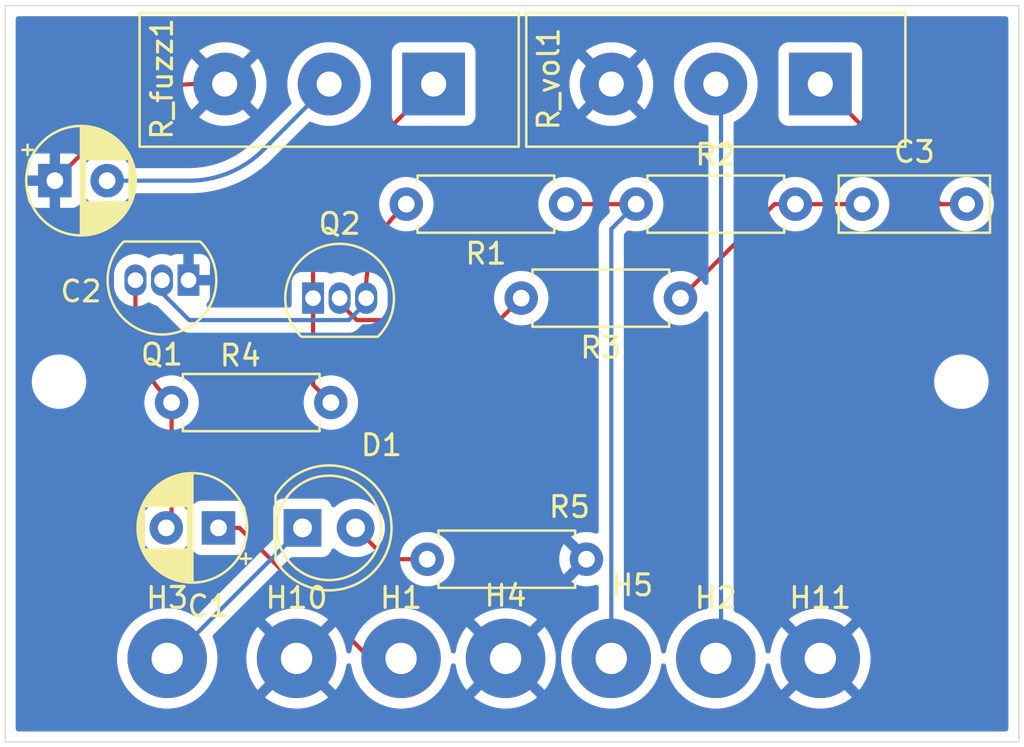
<source format=kicad_pcb>
(kicad_pcb (version 20241229) (generator "pcbnew") (generator_version "9.0")
  (layers (0 "F.Cu" signal) (2 "B.Cu" signal) (13 "F.Paste" user) (15 "B.Paste" user) (5 "F.SilkS" user "F.Silkscreen") (7 "B.SilkS" user "B.Silkscreen") (1 "F.Mask" user) (3 "B.Mask" user) (25 "Edge.Cuts" user))
  (net 0 "")
  (net 1 "GND")
  (net 2 "Net-(Q1-B)")
  (net 3 "Net-(Q1-C)")
  (net 4 "Net-(Q2-C)")
  (net 5 "Net-(Q2-E)")
  (net 6 "Net-(C1-Pad1)")
  (net 7 "Net-(C2-Pad2)")
  (net 8 "Net-(C3-Pad2)")
  (net 9 "Net-(C3-Pad1)")
  (net 10 "Net-(D1-K)")
  (net 11 "Net-(D1-A)")
  (net 12 "Net-(H2-Pad1)")
  (net 13 "Net-(H5-Pad1)")
  (footprint "ANA PARTS:StandardResistorPedal" (layer "F.Cu") (at 159.06 58.75 180)
    (property "Reference" "R1" (at 3.81 -2.37 0) (layer "F.SilkS"))
    (property "Value" "33k")
    (fp_line (start 7.08 1.37) (end 7.08 1.04) (stroke (width 0.12)) (layer "F.SilkS"))
    (fp_line (start 7.08 -1.37) (end 7.08 -1.04) (stroke (width 0.12)) (layer "F.SilkS"))
    (fp_line (start 0.54 1.37) (end 7.08 1.37) (stroke (width 0.12)) (layer "F.SilkS"))
    (fp_line (start 0.54 1.04) (end 0.54 1.37) (stroke (width 0.12)) (layer "F.SilkS"))
    (fp_line (start 0.54 -1.04) (end 0.54 -1.37) (stroke (width 0.12)) (layer "F.SilkS"))
    (fp_line (start 0.54 -1.37) (end 7.08 -1.37) (stroke (width 0.12)) (layer "F.SilkS"))
    (pad "1" thru_hole circle (at 0 0 180) (size 1.6 1.6) (drill 0.8) (layers "*.Cu" "*.Mask") (net 13 "Net-(H5-Pad1)"))
    (pad "2" thru_hole oval (at 7.62 0 180) (size 1.6 1.6) (drill 0.8) (layers "*.Cu" "*.Mask") (net 3 "Net-(Q1-C)"))
  )
  (footprint "ANA PARTS:StandardUnpolarizedCapacitorPedal" (layer "F.Cu") (at 173.25 58.75)
    (property "Reference" "C3" (at 2.5 -2.5 180) (layer "F.SilkS"))
    (property "Value" "0.01uF")
    (fp_line (start -1.12 -1.37) (end -1.12 1.37) (stroke (width 0.12)) (layer "F.SilkS"))
    (fp_line (start -1.12 -1.37) (end 6.12 -1.37) (stroke (width 0.12)) (layer "F.SilkS"))
    (fp_line (start -1.12 1.37) (end 6.12 1.37) (stroke (width 0.12)) (layer "F.SilkS"))
    (fp_line (start 6.12 -1.37) (end 6.12 1.37) (stroke (width 0.12)) (layer "F.SilkS"))
    (pad "1" thru_hole circle (at 0 0) (size 1.6 1.6) (drill 0.8) (layers "*.Cu" "*.Mask") (net 9 "Net-(C3-Pad1)"))
    (pad "2" thru_hole circle (at 5 0) (size 1.6 1.6) (drill 0.8) (layers "*.Cu" "*.Mask") (net 8 "Net-(C3-Pad2)"))
  )
  (footprint "LED_THT:LED_D5.0mm_Clear" (layer "F.Cu") (at 146.475 74.25)
    (property "Reference" "D1" (at 3.775 -3.96 0) (layer "F.SilkS"))
    (property "Value" "LED")
    (fp_line (start -1.29 -1.545) (end -1.29 1.545) (stroke (width 0.12)) (layer "F.SilkS"))
    (fp_arc (start -1.29 -1.54483) (mid 2.071756 -2.880501) (end 4.26 -0.000048) (stroke (width 0.12)) (layer "F.SilkS"))
    (fp_arc (start 4.26 0.000048) (mid 2.071756 2.880501) (end -1.29 1.54483) (stroke (width 0.12)) (layer "F.SilkS"))
    (fp_circle (center 1.27 0) (end 3.77 0) (stroke (width 0.12)) (fill no) (layer "F.SilkS"))
    (pad "1" thru_hole rect (at 0 0) (size 1.8 1.8) (drill 0.9) (layers "*.Cu" "*.Mask") (net 10 "Net-(D1-K)"))
    (pad "2" thru_hole circle (at 2.54 0) (size 1.8 1.8) (drill 0.9) (layers "*.Cu" "*.Mask") (net 11 "Net-(D1-A)"))
  )
  (footprint "ANA PARTS:StandardResistorPedal" (layer "F.Cu") (at 140.21 68.25)
    (property "Reference" "R4" (at 3.29 -2.25 0) (layer "F.SilkS"))
    (property "Value" "100k")
    (fp_line (start 0.54 -1.37) (end 7.08 -1.37) (stroke (width 0.12)) (layer "F.SilkS"))
    (fp_line (start 0.54 -1.04) (end 0.54 -1.37) (stroke (width 0.12)) (layer "F.SilkS"))
    (fp_line (start 0.54 1.04) (end 0.54 1.37) (stroke (width 0.12)) (layer "F.SilkS"))
    (fp_line (start 0.54 1.37) (end 7.08 1.37) (stroke (width 0.12)) (layer "F.SilkS"))
    (fp_line (start 7.08 -1.37) (end 7.08 -1.04) (stroke (width 0.12)) (layer "F.SilkS"))
    (fp_line (start 7.08 1.37) (end 7.08 1.04) (stroke (width 0.12)) (layer "F.SilkS"))
    (pad "1" thru_hole circle (at 0 0) (size 1.6 1.6) (drill 0.8) (layers "*.Cu" "*.Mask") (net 2 "Net-(Q1-B)"))
    (pad "2" thru_hole oval (at 7.62 0) (size 1.6 1.6) (drill 0.8) (layers "*.Cu" "*.Mask") (net 5 "Net-(Q2-E)"))
  )
  (footprint "ANA PARTS:1.5mm_MountingHole" (layer "F.Cu") (at 140 80.5)
    (property "Reference" "H3" (at 0 -2.9 0) (layer "F.SilkS"))
    (property "Value" "SW")
    (pad "1" thru_hole circle (at 0 0) (size 2.6 2.6) (drill 1.5) (layers "*.Cu" "*.Mask") (net 10 "Net-(D1-K)"))
    (pad "1" connect circle (at 0 0) (size 3.8 3.8) (layers "F.Cu" "F.Mask") (net 10 "Net-(D1-K)"))
    (pad "1" connect circle (at 0 0) (size 3.8 3.8) (layers "B.Cu" "B.Mask") (net 10 "Net-(D1-K)"))
  )
  (footprint "ANA PARTS:StandardResistorPedal" (layer "F.Cu") (at 160.06 75.75 180)
    (property "Reference" "R5" (at 0.81 2.5 0) (layer "F.SilkS"))
    (property "Value" "4.7k")
    (fp_line (start 7.08 1.37) (end 7.08 1.04) (stroke (width 0.12)) (layer "F.SilkS"))
    (fp_line (start 7.08 -1.37) (end 7.08 -1.04) (stroke (width 0.12)) (layer "F.SilkS"))
    (fp_line (start 0.54 1.37) (end 7.08 1.37) (stroke (width 0.12)) (layer "F.SilkS"))
    (fp_line (start 0.54 1.04) (end 0.54 1.37) (stroke (width 0.12)) (layer "F.SilkS"))
    (fp_line (start 0.54 -1.04) (end 0.54 -1.37) (stroke (width 0.12)) (layer "F.SilkS"))
    (fp_line (start 0.54 -1.37) (end 7.08 -1.37) (stroke (width 0.12)) (layer "F.SilkS"))
    (pad "1" thru_hole circle (at 0 0 180) (size 1.6 1.6) (drill 0.8) (layers "*.Cu" "*.Mask") (net 1 "GND"))
    (pad "2" thru_hole oval (at 7.62 0 180) (size 1.6 1.6) (drill 0.8) (layers "*.Cu" "*.Mask") (net 11 "Net-(D1-A)"))
  )
  (footprint "ANA PARTS:1.5mm_MountingHole" (layer "F.Cu") (at 146.19 80.5)
    (property "Reference" "H10" (at 0 -2.9 0) (layer "F.SilkS"))
    (property "Value" "In GND")
    (pad "1" thru_hole circle (at 0 0) (size 2.6 2.6) (drill 1.5) (layers "*.Cu" "*.Mask") (net 1 "GND"))
    (pad "1" connect circle (at 0 0) (size 3.8 3.8) (layers "F.Cu" "F.Mask") (net 1 "GND"))
    (pad "1" connect circle (at 0 0) (size 3.8 3.8) (layers "B.Cu" "B.Mask") (net 1 "GND"))
  )
  (footprint "MountingHole:MountingHole_2.1mm" (layer "F.Cu") (at 178 67.25)
    (property "Reference" "H7" (hide yes))
    (property "Value" "MountingHole" (hide yes))
    (pad "" np_thru_hole circle (at 0 0) (size 2.1 2.1) (drill 2.1) (layers "*.Cu" "*.Mask"))
  )
  (footprint "Package_TO_SOT_THT:TO-92_Inline" (layer "F.Cu") (at 141.02 62.39 180)
    (property "Reference" "Q1" (at 1.27 -3.56 0) (layer "F.SilkS"))
    (property "Value" "2SA1015")
    (fp_line (start -0.53 1.85) (end 3.07 1.85) (stroke (width 0.12)) (layer "F.SilkS"))
    (fp_arc (start 1.27 -2.6) (mid 3.672087 -0.994977) (end 3.108478 1.838478) (stroke (width 0.12)) (layer "F.SilkS"))
    (fp_arc (start -0.568478 1.838478) (mid -1.132087 -0.994977) (end 1.27 -2.6) (stroke (width 0.12)) (layer "F.SilkS"))
    (pad "1" thru_hole rect (at 0 0 180) (size 1.05 1.5) (drill 0.75) (layers "*.Cu" "*.Mask") (net 1 "GND"))
    (pad "2" thru_hole oval (at 1.27 0 180) (size 1.05 1.5) (drill 0.75) (layers "*.Cu" "*.Mask") (net 3 "Net-(Q1-C)"))
    (pad "3" thru_hole oval (at 2.54 0 180) (size 1.05 1.5) (drill 0.75) (layers "*.Cu" "*.Mask") (net 2 "Net-(Q1-B)"))
  )
  (footprint "ANA PARTS:StandardResistorPedal" (layer "F.Cu") (at 162.44 58.75)
    (property "Reference" "R2" (at 3.81 -2.37 0) (layer "F.SilkS"))
    (property "Value" "470")
    (fp_line (start 0.54 -1.37) (end 7.08 -1.37) (stroke (width 0.12)) (layer "F.SilkS"))
    (fp_line (start 0.54 -1.04) (end 0.54 -1.37) (stroke (width 0.12)) (layer "F.SilkS"))
    (fp_line (start 0.54 1.04) (end 0.54 1.37) (stroke (width 0.12)) (layer "F.SilkS"))
    (fp_line (start 0.54 1.37) (end 7.08 1.37) (stroke (width 0.12)) (layer "F.SilkS"))
    (fp_line (start 7.08 -1.37) (end 7.08 -1.04) (stroke (width 0.12)) (layer "F.SilkS"))
    (fp_line (start 7.08 1.37) (end 7.08 1.04) (stroke (width 0.12)) (layer "F.SilkS"))
    (pad "1" thru_hole circle (at 0 0) (size 1.6 1.6) (drill 0.8) (layers "*.Cu" "*.Mask") (net 13 "Net-(H5-Pad1)"))
    (pad "2" thru_hole oval (at 7.62 0) (size 1.6 1.6) (drill 0.8) (layers "*.Cu" "*.Mask") (net 9 "Net-(C3-Pad1)"))
  )
  (footprint "ANA PARTS:StandardResistorPedal" (layer "F.Cu") (at 164.56 63.25 180)
    (property "Reference" "R3" (at 3.81 -2.37 0) (layer "F.SilkS"))
    (property "Value" "8.2k")
    (fp_line (start 7.08 1.37) (end 7.08 1.04) (stroke (width 0.12)) (layer "F.SilkS"))
    (fp_line (start 7.08 -1.37) (end 7.08 -1.04) (stroke (width 0.12)) (layer "F.SilkS"))
    (fp_line (start 0.54 1.37) (end 7.08 1.37) (stroke (width 0.12)) (layer "F.SilkS"))
    (fp_line (start 0.54 1.04) (end 0.54 1.37) (stroke (width 0.12)) (layer "F.SilkS"))
    (fp_line (start 0.54 -1.04) (end 0.54 -1.37) (stroke (width 0.12)) (layer "F.SilkS"))
    (fp_line (start 0.54 -1.37) (end 7.08 -1.37) (stroke (width 0.12)) (layer "F.SilkS"))
    (pad "1" thru_hole circle (at 0 0 180) (size 1.6 1.6) (drill 0.8) (layers "*.Cu" "*.Mask") (net 9 "Net-(C3-Pad1)"))
    (pad "2" thru_hole oval (at 7.62 0 180) (size 1.6 1.6) (drill 0.8) (layers "*.Cu" "*.Mask") (net 4 "Net-(Q2-C)"))
  )
  (footprint "ANA PARTS:1.5mm_MountingHole" (layer "F.Cu") (at 171.25 80.5)
    (property "Reference" "H11" (at 0 -2.9 0) (layer "F.SilkS"))
    (property "Value" "Out GND")
    (pad "1" thru_hole circle (at 0 0) (size 2.6 2.6) (drill 1.5) (layers "*.Cu" "*.Mask") (net 1 "GND"))
    (pad "1" connect circle (at 0 0) (size 3.8 3.8) (layers "F.Cu" "F.Mask") (net 1 "GND"))
    (pad "1" connect circle (at 0 0) (size 3.8 3.8) (layers "B.Cu" "B.Mask") (net 1 "GND"))
  )
  (footprint "ANA PARTS:ANAPot" (layer "F.Cu") (at 171.25 53.5 -90)
    (property "Reference" "R_vol1" (at -0.75 13 90) (layer "F.SilkS"))
    (property "Value" "500k")
    (fp_line (start -3.92 14.07) (end -3.92 -4.07) (stroke (width 0.12)) (layer "F.SilkS"))
    (fp_line (start 2.5 14.07) (end -3.92 14.07) (stroke (width 0.12)) (layer "F.SilkS"))
    (fp_line (start 2.5 14.07) (end 2.5 -4.07) (stroke (width 0.12)) (layer "F.SilkS"))
    (fp_line (start 2.5 -4.07) (end -3.92 -4.07) (stroke (width 0.12)) (layer "F.SilkS"))
    (pad "1" thru_hole rect (at -0.5 0 90) (size 3 3) (drill 1.2) (layers "*.Cu" "*.Mask") (net 8 "Net-(C3-Pad2)"))
    (pad "2" thru_hole circle (at -0.5 5 90) (size 3 3) (drill 1.2) (layers "*.Cu" "*.Mask") (net 12 "Net-(H2-Pad1)"))
    (pad "3" thru_hole circle (at -0.5 10 90) (size 3 3) (drill 1.2) (layers "*.Cu" "*.Mask") (net 1 "GND"))
  )
  (footprint "ANA PARTS:1.5mm_MountingHole" (layer "F.Cu") (at 161.25 80.5)
    (property "Reference" "H5" (at 1 -3.5 0) (layer "F.SilkS"))
    (property "Value" "-9V")
    (pad "1" thru_hole circle (at 0 0) (size 2.6 2.6) (drill 1.5) (layers "*.Cu" "*.Mask") (net 13 "Net-(H5-Pad1)"))
    (pad "1" connect circle (at 0 0) (size 3.8 3.8) (layers "F.Cu" "F.Mask") (net 13 "Net-(H5-Pad1)"))
    (pad "1" connect circle (at 0 0) (size 3.8 3.8) (layers "B.Cu" "B.Mask") (net 13 "Net-(H5-Pad1)"))
  )
  (footprint "ANA PARTS:1.5mm_MountingHole" (layer "F.Cu") (at 166.25 80.5)
    (property "Reference" "H2" (at 0 -2.9 0) (layer "F.SilkS"))
    (property "Value" "Output")
    (pad "1" thru_hole circle (at 0 0) (size 2.6 2.6) (drill 1.5) (layers "*.Cu" "*.Mask") (net 12 "Net-(H2-Pad1)"))
    (pad "1" connect circle (at 0 0) (size 3.8 3.8) (layers "F.Cu" "F.Mask") (net 12 "Net-(H2-Pad1)"))
    (pad "1" connect circle (at 0 0) (size 3.8 3.8) (layers "B.Cu" "B.Mask") (net 12 "Net-(H2-Pad1)"))
  )
  (footprint "ANA PARTS:StandardPolarizedCapacitorPedal" (layer "F.Cu") (at 142.455113 74.25 180)
    (property "Reference" "C1" (at 0.5 -3.75 0) (layer "F.SilkS"))
    (property "Value" "2.2uF")
    (fp_line (start 3.851 -0.284) (end 3.851 0.284) (stroke (width 0.12)) (layer "F.SilkS"))
    (fp_line (start 3.811 -0.518) (end 3.811 0.518) (stroke (width 0.12)) (layer "F.SilkS"))
    (fp_line (start 3.771 -0.677) (end 3.771 0.677) (stroke (width 0.12)) (layer "F.SilkS"))
    (fp_line (start 3.731 -0.805) (end 3.731 0.805) (stroke (width 0.12)) (layer "F.SilkS"))
    (fp_line (start 3.691 -0.915) (end 3.691 0.915) (stroke (width 0.12)) (layer "F.SilkS"))
    (fp_line (start 3.651 -1.011) (end 3.651 1.011) (stroke (width 0.12)) (layer "F.SilkS"))
    (fp_line (start 3.611 -1.098) (end 3.611 1.098) (stroke (width 0.12)) (layer "F.SilkS"))
    (fp_line (start 3.571 -1.178) (end 3.571 1.178) (stroke (width 0.12)) (layer "F.SilkS"))
    (fp_line (start 3.531 1.04) (end 3.531 1.251) (stroke (width 0.12)) (layer "F.SilkS"))
    (fp_line (start 3.531 -1.251) (end 3.531 -1.04) (stroke (width 0.12)) (layer "F.SilkS"))
    (fp_line (start 3.491 1.04) (end 3.491 1.319) (stroke (width 0.12)) (layer "F.SilkS"))
    (fp_line (start 3.491 -1.319) (end 3.491 -1.04) (stroke (width 0.12)) (layer "F.SilkS"))
    (fp_line (start 3.451 1.04) (end 3.451 1.383) (stroke (width 0.12)) (layer "F.SilkS"))
    (fp_line (start 3.451 -1.383) (end 3.451 -1.04) (stroke (width 0.12)) (layer "F.SilkS"))
    (fp_line (start 3.411 1.04) (end 3.411 1.443) (stroke (width 0.12)) (layer "F.SilkS"))
    (fp_line (start 3.411 -1.443) (end 3.411 -1.04) (stroke (width 0.12)) (layer "F.SilkS"))
    (fp_line (start 3.371 1.04) (end 3.371 1.5) (stroke (width 0.12)) (layer "F.SilkS"))
    (fp_line (start 3.371 -1.5) (end 3.371 -1.04) (stroke (width 0.12)) (layer "F.SilkS"))
    (fp_line (start 3.331 1.04) (end 3.331 1.554) (stroke (width 0.12)) (layer "F.SilkS"))
    (fp_line (start 3.331 -1.554) (end 3.331 -1.04) (stroke (width 0.12)) (layer "F.SilkS"))
    (fp_line (start 3.291 1.04) (end 3.291 1.605) (stroke (width 0.12)) (layer "F.SilkS"))
    (fp_line (start 3.291 -1.605) (end 3.291 -1.04) (stroke (width 0.12)) (layer "F.SilkS"))
    (fp_line (start 3.251 1.04) (end 3.251 1.653) (stroke (width 0.12)) (layer "F.SilkS"))
    (fp_line (start 3.251 -1.653) (end 3.251 -1.04) (stroke (width 0.12)) (layer "F.SilkS"))
    (fp_line (start 3.211 1.04) (end 3.211 1.699) (stroke (width 0.12)) (layer "F.SilkS"))
    (fp_line (start 3.211 -1.699) (end 3.211 -1.04) (stroke (width 0.12)) (layer "F.SilkS"))
    (fp_line (start 3.171 1.04) (end 3.171 1.743) (stroke (width 0.12)) (layer "F.SilkS"))
    (fp_line (start 3.171 -1.743) (end 3.171 -1.04) (stroke (width 0.12)) (layer "F.SilkS"))
    (fp_line (start 3.131 1.04) (end 3.131 1.785) (stroke (width 0.12)) (layer "F.SilkS"))
    (fp_line (start 3.131 -1.785) (end 3.131 -1.04) (stroke (width 0.12)) (layer "F.SilkS"))
    (fp_line (start 3.091 1.04) (end 3.091 1.826) (stroke (width 0.12)) (layer "F.SilkS"))
    (fp_line (start 3.091 -1.826) (end 3.091 -1.04) (stroke (width 0.12)) (layer "F.SilkS"))
    (fp_line (start 3.051 1.04) (end 3.051 1.864) (stroke (width 0.12)) (layer "F.SilkS"))
    (fp_line (start 3.051 -1.864) (end 3.051 -1.04) (stroke (width 0.12)) (layer "F.SilkS"))
    (fp_line (start 3.011 1.04) (end 3.011 1.901) (stroke (width 0.12)) (layer "F.SilkS"))
    (fp_line (start 3.011 -1.901) (end 3.011 -1.04) (stroke (width 0.12)) (layer "F.SilkS"))
    (fp_line (start 2.971 1.04) (end 2.971 1.937) (stroke (width 0.12)) (layer "F.SilkS"))
    (fp_line (start 2.971 -1.937) (end 2.971 -1.04) (stroke (width 0.12)) (layer "F.SilkS"))
    (fp_line (start 2.931 1.04) (end 2.931 1.971) (stroke (width 0.12)) (layer "F.SilkS"))
    (fp_line (start 2.931 -1.971) (end 2.931 -1.04) (stroke (width 0.12)) (layer "F.SilkS"))
    (fp_line (start 2.891 1.04) (end 2.891 2.004) (stroke (width 0.12)) (layer "F.SilkS"))
    (fp_line (start 2.891 -2.004) (end 2.891 -1.04) (stroke (width 0.12)) (layer "F.SilkS"))
    (fp_line (start 2.851 1.04) (end 2.851 2.035) (stroke (width 0.12)) (layer "F.SilkS"))
    (fp_line (start 2.851 -2.035) (end 2.851 -1.04) (stroke (width 0.12)) (layer "F.SilkS"))
    (fp_line (start 2.811 1.04) (end 2.811 2.065) (stroke (width 0.12)) (layer "F.SilkS"))
    (fp_line (start 2.811 -2.065) (end 2.811 -1.04) (stroke (width 0.12)) (layer "F.SilkS"))
    (fp_line (start 2.771 1.04) (end 2.771 2.095) (stroke (width 0.12)) (layer "F.SilkS"))
    (fp_line (start 2.771 -2.095) (end 2.771 -1.04) (stroke (width 0.12)) (layer "F.SilkS"))
    (fp_line (start 2.731 1.04) (end 2.731 2.122) (stroke (width 0.12)) (layer "F.SilkS"))
    (fp_line (start 2.731 -2.122) (end 2.731 -1.04) (stroke (width 0.12)) (layer "F.SilkS"))
    (fp_line (start 2.691 1.04) (end 2.691 2.149) (stroke (width 0.12)) (layer "F.SilkS"))
    (fp_line (start 2.691 -2.149) (end 2.691 -1.04) (stroke (width 0.12)) (layer "F.SilkS"))
    (fp_line (start 2.651 1.04) (end 2.651 2.175) (stroke (width 0.12)) (layer "F.SilkS"))
    (fp_line (start 2.651 -2.175) (end 2.651 -1.04) (stroke (width 0.12)) (layer "F.SilkS"))
    (fp_line (start 2.611 1.04) (end 2.611 2.2) (stroke (width 0.12)) (layer "F.SilkS"))
    (fp_line (start 2.611 -2.2) (end 2.611 -1.04) (stroke (width 0.12)) (layer "F.SilkS"))
    (fp_line (start 2.571 1.04) (end 2.571 2.224) (stroke (width 0.12)) (layer "F.SilkS"))
    (fp_line (start 2.571 -2.224) (end 2.571 -1.04) (stroke (width 0.12)) (layer "F.SilkS"))
    (fp_line (start 2.531 1.04) (end 2.531 2.247) (stroke (width 0.12)) (layer "F.SilkS"))
    (fp_line (start 2.531 -2.247) (end 2.531 -1.04) (stroke (width 0.12)) (layer "F.SilkS"))
    (fp_line (start 2.491 1.04) (end 2.491 2.268) (stroke (width 0.12)) (layer "F.SilkS"))
    (fp_line (start 2.491 -2.268) (end 2.491 -1.04) (stroke (width 0.12)) (layer "F.SilkS"))
    (fp_line (start 2.451 1.04) (end 2.451 2.29) (stroke (width 0.12)) (layer "F.SilkS"))
    (fp_line (start 2.451 -2.29) (end 2.451 -1.04) (stroke (width 0.12)) (layer "F.SilkS"))
    (fp_line (start 2.411 1.04) (end 2.411 2.31) (stroke (width 0.12)) (layer "F.SilkS"))
    (fp_line (start 2.411 -2.31) (end 2.411 -1.04) (stroke (width 0.12)) (layer "F.SilkS"))
    (fp_line (start 2.371 1.04) (end 2.371 2.329) (stroke (width 0.12)) (layer "F.SilkS"))
    (fp_line (start 2.371 -2.329) (end 2.371 -1.04) (stroke (width 0.12)) (layer "F.SilkS"))
    (fp_line (start 2.331 1.04) (end 2.331 2.348) (stroke (width 0.12)) (layer "F.SilkS"))
    (fp_line (start 2.331 -2.348) (end 2.331 -1.04) (stroke (width 0.12)) (layer "F.SilkS"))
    (fp_line (start 2.291 1.04) (end 2.291 2.365) (stroke (width 0.12)) (layer "F.SilkS"))
    (fp_line (start 2.291 -2.365) (end 2.291 -1.04) (stroke (width 0.12)) (layer "F.SilkS"))
    (fp_line (start 2.251 1.04) (end 2.251 2.382) (stroke (width 0.12)) (layer "F.SilkS"))
    (fp_line (start 2.251 -2.382) (end 2.251 -1.04) (stroke (width 0.12)) (layer "F.SilkS"))
    (fp_line (start 2.211 1.04) (end 2.211 2.398) (stroke (width 0.12)) (layer "F.SilkS"))
    (fp_line (start 2.211 -2.398) (end 2.211 -1.04) (stroke (width 0.12)) (layer "F.SilkS"))
    (fp_line (start 2.171 1.04) (end 2.171 2.414) (stroke (width 0.12)) (layer "F.SilkS"))
    (fp_line (start 2.171 -2.414) (end 2.171 -1.04) (stroke (width 0.12)) (layer "F.SilkS"))
    (fp_line (start 2.131 1.04) (end 2.131 2.428) (stroke (width 0.12)) (layer "F.SilkS"))
    (fp_line (start 2.131 -2.428) (end 2.131 -1.04) (stroke (width 0.12)) (layer "F.SilkS"))
    (fp_line (start 2.091 1.04) (end 2.091 2.442) (stroke (width 0.12)) (layer "F.SilkS"))
    (fp_line (start 2.091 -2.442) (end 2.091 -1.04) (stroke (width 0.12)) (layer "F.SilkS"))
    (fp_line (start 2.051 1.04) (end 2.051 2.455) (stroke (width 0.12)) (layer "F.SilkS"))
    (fp_line (start 2.051 -2.455) (end 2.051 -1.04) (stroke (width 0.12)) (layer "F.SilkS"))
    (fp_line (start 2.011 1.04) (end 2.011 2.468) (stroke (width 0.12)) (layer "F.SilkS"))
    (fp_line (start 2.011 -2.468) (end 2.011 -1.04) (stroke (width 0.12)) (layer "F.SilkS"))
    (fp_line (start 1.971 1.04) (end 1.971 2.48) (stroke (width 0.12)) (layer "F.SilkS"))
    (fp_line (start 1.971 -2.48) (end 1.971 -1.04) (stroke (width 0.12)) (layer "F.SilkS"))
    (fp_line (start 1.93 1.04) (end 1.93 2.491) (stroke (width 0.12)) (layer "F.SilkS"))
    (fp_line (start 1.93 -2.491) (end 1.93 -1.04) (stroke (width 0.12)) (layer "F.SilkS"))
    (fp_line (start 1.89 1.04) (end 1.89 2.501) (stroke (width 0.12)) (layer "F.SilkS"))
    (fp_line (start 1.89 -2.501) (end 1.89 -1.04) (stroke (width 0.12)) (layer "F.SilkS"))
    (fp_line (start 1.85 1.04) (end 1.85 2.511) (stroke (width 0.12)) (layer "F.SilkS"))
    (fp_line (start 1.85 -2.511) (end 1.85 -1.04) (stroke (width 0.12)) (layer "F.SilkS"))
    (fp_line (start 1.81 1.04) (end 1.81 2.52) (stroke (width 0.12)) (layer "F.SilkS"))
    (fp_line (start 1.81 -2.52) (end 1.81 -1.04) (stroke (width 0.12)) (layer "F.SilkS"))
    (fp_line (start 1.77 1.04) (end 1.77 2.528) (stroke (width 0.12)) (layer "F.SilkS"))
    (fp_line (start 1.77 -2.528) (end 1.77 -1.04) (stroke (width 0.12)) (layer "F.SilkS"))
    (fp_line (start 1.73 1.04) (end 1.73 2.536) (stroke (width 0.12)) (layer "F.SilkS"))
    (fp_line (start 1.73 -2.536) (end 1.73 -1.04) (stroke (width 0.12)) (layer "F.SilkS"))
    (fp_line (start 1.69 1.04) (end 1.69 2.543) (stroke (width 0.12)) (layer "F.SilkS"))
    (fp_line (start 1.69 -2.543) (end 1.69 -1.04) (stroke (width 0.12)) (layer "F.SilkS"))
    (fp_line (start 1.65 1.04) (end 1.65 2.55) (stroke (width 0.12)) (layer "F.SilkS"))
    (fp_line (start 1.65 -2.55) (end 1.65 -1.04) (stroke (width 0.12)) (layer "F.SilkS"))
    (fp_line (start 1.61 1.04) (end 1.61 2.556) (stroke (width 0.12)) (layer "F.SilkS"))
    (fp_line (start 1.61 -2.556) (end 1.61 -1.04) (stroke (width 0.12)) (layer "F.SilkS"))
    (fp_line (start 1.57 1.04) (end 1.57 2.561) (stroke (width 0.12)) (layer "F.SilkS"))
    (fp_line (start 1.57 -2.561) (end 1.57 -1.04) (stroke (width 0.12)) (layer "F.SilkS"))
    (fp_line (start 1.53 1.04) (end 1.53 2.565) (stroke (width 0.12)) (layer "F.SilkS"))
    (fp_line (start 1.53 -2.565) (end 1.53 -1.04) (stroke (width 0.12)) (layer "F.SilkS"))
    (fp_line (start 1.49 1.04) (end 1.49 2.569) (stroke (width 0.12)) (layer "F.SilkS"))
    (fp_line (start 1.49 -2.569) (end 1.49 -1.04) (stroke (width 0.12)) (layer "F.SilkS"))
    (fp_line (start 1.45 -2.573) (end 1.45 2.573) (stroke (width 0.12)) (layer "F.SilkS"))
    (fp_line (start 1.41 -2.576) (end 1.41 2.576) (stroke (width 0.12)) (layer "F.SilkS"))
    (fp_line (start 1.37 -2.578) (end 1.37 2.578) (stroke (width 0.12)) (layer "F.SilkS"))
    (fp_line (start 1.33 -2.579) (end 1.33 2.579) (stroke (width 0.12)) (layer "F.SilkS"))
    (fp_line (start 1.29 -2.58) (end 1.29 2.58) (stroke (width 0.12)) (layer "F.SilkS"))
    (fp_line (start 1.25 -2.58) (end 1.25 2.58) (stroke (width 0.12)) (layer "F.SilkS"))
    (fp_line (start -1.304775 -1.725) (end -1.304775 -1.225) (stroke (width 0.12)) (layer "F.SilkS"))
    (fp_line (start -1.554775 -1.475) (end -1.054775 -1.475) (stroke (width 0.12)) (layer "F.SilkS"))
    (fp_circle (center 1.25 0) (end 3.87 0) (stroke (width 0.12)) (fill no) (layer "F.SilkS"))
    (pad "1" thru_hole rect (at 0 0 180) (size 1.6 1.6) (drill 0.8) (layers "*.Cu" "*.Mask") (net 6 "Net-(C1-Pad1)"))
    (pad "2" thru_hole circle (at 2.5 0 180) (size 1.6 1.6) (drill 0.8) (layers "*.Cu" "*.Mask") (net 2 "Net-(Q1-B)"))
  )
  (footprint "ANA PARTS:ANAPot" (layer "F.Cu") (at 152.75 53.5 -90)
    (property "Reference" "R_fuzz1" (at -0.75 13 90) (layer "F.SilkS"))
    (property "Value" "1k")
    (fp_line (start -3.92 14.07) (end -3.92 -4.07) (stroke (width 0.12)) (layer "F.SilkS"))
    (fp_line (start 2.5 14.07) (end -3.92 14.07) (stroke (width 0.12)) (layer "F.SilkS"))
    (fp_line (start 2.5 14.07) (end 2.5 -4.07) (stroke (width 0.12)) (layer "F.SilkS"))
    (fp_line (start 2.5 -4.07) (end -3.92 -4.07) (stroke (width 0.12)) (layer "F.SilkS"))
    (pad "1" thru_hole rect (at -0.5 0 90) (size 3 3) (drill 1.2) (layers "*.Cu" "*.Mask") (net 5 "Net-(Q2-E)"))
    (pad "2" thru_hole circle (at -0.5 5 90) (size 3 3) (drill 1.2) (layers "*.Cu" "*.Mask") (net 7 "Net-(C2-Pad2)"))
    (pad "3" thru_hole circle (at -0.5 10 90) (size 3 3) (drill 1.2) (layers "*.Cu" "*.Mask") (net 1 "GND"))
  )
  (footprint "MountingHole:MountingHole_2.1mm" (layer "F.Cu") (at 134.822475 67.25)
    (property "Reference" "H6" (hide yes))
    (property "Value" "MountingHole" (hide yes))
    (pad "" np_thru_hole circle (at 0 0) (size 2.1 2.1) (drill 2.1) (layers "*.Cu" "*.Mask"))
  )
  (footprint "ANA PARTS:1.5mm_MountingHole" (layer "F.Cu") (at 151.19 80.5)
    (property "Reference" "H1" (at 0 -2.9 0) (layer "F.SilkS"))
    (property "Value" "Input")
    (pad "1" thru_hole circle (at 0 0) (size 2.6 2.6) (drill 1.5) (layers "*.Cu" "*.Mask") (net 6 "Net-(C1-Pad1)"))
    (pad "1" connect circle (at 0 0) (size 3.8 3.8) (layers "F.Cu" "F.Mask") (net 6 "Net-(C1-Pad1)"))
    (pad "1" connect circle (at 0 0) (size 3.8 3.8) (layers "B.Cu" "B.Mask") (net 6 "Net-(C1-Pad1)"))
  )
  (footprint "Package_TO_SOT_THT:TO-92_Inline" (layer "F.Cu") (at 146.98 63.25)
    (property "Reference" "Q2" (at 1.27 -3.56 0) (layer "F.SilkS"))
    (property "Value" "2SA1015")
    (fp_line (start -0.53 1.85) (end 3.07 1.85) (stroke (width 0.12)) (layer "F.SilkS"))
    (fp_arc (start -0.568478 1.838478) (mid -1.132087 -0.994977) (end 1.27 -2.6) (stroke (width 0.12)) (layer "F.SilkS"))
    (fp_arc (start 1.27 -2.6) (mid 3.672087 -0.994977) (end 3.108478 1.838478) (stroke (width 0.12)) (layer "F.SilkS"))
    (pad "1" thru_hole rect (at 0 0) (size 1.05 1.5) (drill 0.75) (layers "*.Cu" "*.Mask") (net 5 "Net-(Q2-E)"))
    (pad "2" thru_hole oval (at 1.27 0) (size 1.05 1.5) (drill 0.75) (layers "*.Cu" "*.Mask") (net 4 "Net-(Q2-C)"))
    (pad "3" thru_hole oval (at 2.54 0) (size 1.05 1.5) (drill 0.75) (layers "*.Cu" "*.Mask") (net 3 "Net-(Q1-C)"))
  )
  (footprint "ANA PARTS:1.5mm_MountingHole" (layer "F.Cu") (at 156.19 80.5)
    (property "Reference" "H4" (at 0 -3 0) (layer "F.SilkS"))
    (property "Value" "GND")
    (pad "1" thru_hole circle (at 0 0) (size 2.6 2.6) (drill 1.5) (layers "*.Cu" "*.Mask") (net 1 "GND"))
    (pad "1" connect circle (at 0 0) (size 3.8 3.8) (layers "F.Cu" "F.Mask") (net 1 "GND"))
    (pad "1" connect circle (at 0 0) (size 3.8 3.8) (layers "B.Cu" "B.Mask") (net 1 "GND"))
  )
  (footprint "ANA PARTS:StandardPolarizedCapacitorPedal" (layer "F.Cu") (at 134.625466 57.625466)
    (property "Reference" "C2" (at 1.25 5.3 180) (layer "F.SilkS"))
    (property "Value" "20uF")
    (fp_line (start -1.554775 -1.475) (end -1.054775 -1.475) (stroke (width 0.12)) (layer "F.SilkS"))
    (fp_line (start -1.304775 -1.725) (end -1.304775 -1.225) (stroke (width 0.12)) (layer "F.SilkS"))
    (fp_line (start 1.25 -2.58) (end 1.25 2.58) (stroke (width 0.12)) (layer "F.SilkS"))
    (fp_line (start 1.29 -2.58) (end 1.29 2.58) (stroke (width 0.12)) (layer "F.SilkS"))
    (fp_line (start 1.33 -2.579) (end 1.33 2.579) (stroke (width 0.12)) (layer "F.SilkS"))
    (fp_line (start 1.37 -2.578) (end 1.37 2.578) (stroke (width 0.12)) (layer "F.SilkS"))
    (fp_line (start 1.41 -2.576) (end 1.41 2.576) (stroke (width 0.12)) (layer "F.SilkS"))
    (fp_line (start 1.45 -2.573) (end 1.45 2.573) (stroke (width 0.12)) (layer "F.SilkS"))
    (fp_line (start 1.49 -2.569) (end 1.49 -1.04) (stroke (width 0.12)) (layer "F.SilkS"))
    (fp_line (start 1.49 1.04) (end 1.49 2.569) (stroke (width 0.12)) (layer "F.SilkS"))
    (fp_line (start 1.53 -2.565) (end 1.53 -1.04) (stroke (width 0.12)) (layer "F.SilkS"))
    (fp_line (start 1.53 1.04) (end 1.53 2.565) (stroke (width 0.12)) (layer "F.SilkS"))
    (fp_line (start 1.57 -2.561) (end 1.57 -1.04) (stroke (width 0.12)) (layer "F.SilkS"))
    (fp_line (start 1.57 1.04) (end 1.57 2.561) (stroke (width 0.12)) (layer "F.SilkS"))
    (fp_line (start 1.61 -2.556) (end 1.61 -1.04) (stroke (width 0.12)) (layer "F.SilkS"))
    (fp_line (start 1.61 1.04) (end 1.61 2.556) (stroke (width 0.12)) (layer "F.SilkS"))
    (fp_line (start 1.65 -2.55) (end 1.65 -1.04) (stroke (width 0.12)) (layer "F.SilkS"))
    (fp_line (start 1.65 1.04) (end 1.65 2.55) (stroke (width 0.12)) (layer "F.SilkS"))
    (fp_line (start 1.69 -2.543) (end 1.69 -1.04) (stroke (width 0.12)) (layer "F.SilkS"))
    (fp_line (start 1.69 1.04) (end 1.69 2.543) (stroke (width 0.12)) (layer "F.SilkS"))
    (fp_line (start 1.73 -2.536) (end 1.73 -1.04) (stroke (width 0.12)) (layer "F.SilkS"))
    (fp_line (start 1.73 1.04) (end 1.73 2.536) (stroke (width 0.12)) (layer "F.SilkS"))
    (fp_line (start 1.77 -2.528) (end 1.77 -1.04) (stroke (width 0.12)) (layer "F.SilkS"))
    (fp_line (start 1.77 1.04) (end 1.77 2.528) (stroke (width 0.12)) (layer "F.SilkS"))
    (fp_line (start 1.81 -2.52) (end 1.81 -1.04) (stroke (width 0.12)) (layer "F.SilkS"))
    (fp_line (start 1.81 1.04) (end 1.81 2.52) (stroke (width 0.12)) (layer "F.SilkS"))
    (fp_line (start 1.85 -2.511) (end 1.85 -1.04) (stroke (width 0.12)) (layer "F.SilkS"))
    (fp_line (start 1.85 1.04) (end 1.85 2.511) (stroke (width 0.12)) (layer "F.SilkS"))
    (fp_line (start 1.89 -2.501) (end 1.89 -1.04) (stroke (width 0.12)) (layer "F.SilkS"))
    (fp_line (start 1.89 1.04) (end 1.89 2.501) (stroke (width 0.12)) (layer "F.SilkS"))
    (fp_line (start 1.93 -2.491) (end 1.93 -1.04) (stroke (width 0.12)) (layer "F.SilkS"))
    (fp_line (start 1.93 1.04) (end 1.93 2.491) (stroke (width 0.12)) (layer "F.SilkS"))
    (fp_line (start 1.971 -2.48) (end 1.971 -1.04) (stroke (width 0.12)) (layer "F.SilkS"))
    (fp_line (start 1.971 1.04) (end 1.971 2.48) (stroke (width 0.12)) (layer "F.SilkS"))
    (fp_line (start 2.011 -2.468) (end 2.011 -1.04) (stroke (width 0.12)) (layer "F.SilkS"))
    (fp_line (start 2.011 1.04) (end 2.011 2.468) (stroke (width 0.12)) (layer "F.SilkS"))
    (fp_line (start 2.051 -2.455) (end 2.051 -1.04) (stroke (width 0.12)) (layer "F.SilkS"))
    (fp_line (start 2.051 1.04) (end 2.051 2.455) (stroke (width 0.12)) (layer "F.SilkS"))
    (fp_line (start 2.091 -2.442) (end 2.091 -1.04) (stroke (width 0.12)) (layer "F.SilkS"))
    (fp_line (start 2.091 1.04) (end 2.091 2.442) (stroke (width 0.12)) (layer "F.SilkS"))
    (fp_line (start 2.131 -2.428) (end 2.131 -1.04) (stroke (width 0.12)) (layer "F.SilkS"))
    (fp_line (start 2.131 1.04) (end 2.131 2.428) (stroke (width 0.12)) (layer "F.SilkS"))
    (fp_line (start 2.171 -2.414) (end 2.171 -1.04) (stroke (width 0.12)) (layer "F.SilkS"))
    (fp_line (start 2.171 1.04) (end 2.171 2.414) (stroke (width 0.12)) (layer "F.SilkS"))
    (fp_line (start 2.211 -2.398) (end 2.211 -1.04) (stroke (width 0.12)) (layer "F.SilkS"))
    (fp_line (start 2.211 1.04) (end 2.211 2.398) (stroke (width 0.12)) (layer "F.SilkS"))
    (fp_line (start 2.251 -2.382) (end 2.251 -1.04) (stroke (width 0.12)) (layer "F.SilkS"))
    (fp_line (start 2.251 1.04) (end 2.251 2.382) (stroke (width 0.12)) (layer "F.SilkS"))
    (fp_line (start 2.291 -2.365) (end 2.291 -1.04) (stroke (width 0.12)) (layer "F.SilkS"))
    (fp_line (start 2.291 1.04) (end 2.291 2.365) (stroke (width 0.12)) (layer "F.SilkS"))
    (fp_line (start 2.331 -2.348) (end 2.331 -1.04) (stroke (width 0.12)) (layer "F.SilkS"))
    (fp_line (start 2.331 1.04) (end 2.331 2.348) (stroke (width 0.12)) (layer "F.SilkS"))
    (fp_line (start 2.371 -2.329) (end 2.371 -1.04) (stroke (width 0.12)) (layer "F.SilkS"))
    (fp_line (start 2.371 1.04) (end 2.371 2.329) (stroke (width 0.12)) (layer "F.SilkS"))
    (fp_line (start 2.411 -2.31) (end 2.411 -1.04) (stroke (width 0.12)) (layer "F.SilkS"))
    (fp_line (start 2.411 1.04) (end 2.411 2.31) (stroke (width 0.12)) (layer "F.SilkS"))
    (fp_line (start 2.451 -2.29) (end 2.451 -1.04) (stroke (width 0.12)) (layer "F.SilkS"))
    (fp_line (start 2.451 1.04) (end 2.451 2.29) (stroke (width 0.12)) (layer "F.SilkS"))
    (fp_line (start 2.491 -2.268) (end 2.491 -1.04) (stroke (width 0.12)) (layer "F.SilkS"))
    (fp_line (start 2.491 1.04) (end 2.491 2.268) (stroke (width 0.12)) (layer "F.SilkS"))
    (fp_line (start 2.531 -2.247) (end 2.531 -1.04) (stroke (width 0.12)) (layer "F.SilkS"))
    (fp_line (start 2.531 1.04) (end 2.531 2.247) (stroke (width 0.12)) (layer "F.SilkS"))
    (fp_line (start 2.571 -2.224) (end 2.571 -1.04) (stroke (width 0.12)) (layer "F.SilkS"))
    (fp_line (start 2.571 1.04) (end 2.571 2.224) (stroke (width 0.12)) (layer "F.SilkS"))
    (fp_line (start 2.611 -2.2) (end 2.611 -1.04) (stroke (width 0.12)) (layer "F.SilkS"))
    (fp_line (start 2.611 1.04) (end 2.611 2.2) (stroke (width 0.12)) (layer "F.SilkS"))
    (fp_line (start 2.651 -2.175) (end 2.651 -1.04) (stroke (width 0.12)) (layer "F.SilkS"))
    (fp_line (start 2.651 1.04) (end 2.651 2.175) (stroke (width 0.12)) (layer "F.SilkS"))
    (fp_line (start 2.691 -2.149) (end 2.691 -1.04) (stroke (width 0.12)) (layer "F.SilkS"))
    (fp_line (start 2.691 1.04) (end 2.691 2.149) (stroke (width 0.12)) (layer "F.SilkS"))
    (fp_line (start 2.731 -2.122) (end 2.731 -1.04) (stroke (width 0.12)) (layer "F.SilkS"))
    (fp_line (start 2.731 1.04) (end 2.731 2.122) (stroke (width 0.12)) (layer "F.SilkS"))
    (fp_line (start 2.771 -2.095) (end 2.771 -1.04) (stroke (width 0.12)) (layer "F.SilkS"))
    (fp_line (start 2.771 1.04) (end 2.771 2.095) (stroke (width 0.12)) (layer "F.SilkS"))
    (fp_line (start 2.811 -2.065) (end 2.811 -1.04) (stroke (width 0.12)) (layer "F.SilkS"))
    (fp_line (start 2.811 1.04) (end 2.811 2.065) (stroke (width 0.12)) (layer "F.SilkS"))
    (fp_line (start 2.851 -2.035) (end 2.851 -1.04) (stroke (width 0.12)) (layer "F.SilkS"))
    (fp_line (start 2.851 1.04) (end 2.851 2.035) (stroke (width 0.12)) (layer "F.SilkS"))
    (fp_line (start 2.891 -2.004) (end 2.891 -1.04) (stroke (width 0.12)) (layer "F.SilkS"))
    (fp_line (start 2.891 1.04) (end 2.891 2.004) (stroke (width 0.12)) (layer "F.SilkS"))
    (fp_line (start 2.931 -1.971) (end 2.931 -1.04) (stroke (width 0.12)) (layer "F.SilkS"))
    (fp_line (start 2.931 1.04) (end 2.931 1.971) (stroke (width 0.12)) (layer "F.SilkS"))
    (fp_line (start 2.971 -1.937) (end 2.971 -1.04) (stroke (width 0.12)) (layer "F.SilkS"))
    (fp_line (start 2.971 1.04) (end 2.971 1.937) (stroke (width 0.12)) (layer "F.SilkS"))
    (fp_line (start 3.011 -1.901) (end 3.011 -1.04) (stroke (width 0.12)) (layer "F.SilkS"))
    (fp_line (start 3.011 1.04) (end 3.011 1.901) (stroke (width 0.12)) (layer "F.SilkS"))
    (fp_line (start 3.051 -1.864) (end 3.051 -1.04) (stroke (width 0.12)) (layer "F.SilkS"))
    (fp_line (start 3.051 1.04) (end 3.051 1.864) (stroke (width 0.12)) (layer "F.SilkS"))
    (fp_line (start 3.091 -1.826) (end 3.091 -1.04) (stroke (width 0.12)) (layer "F.SilkS"))
    (fp_line (start 3.091 1.04) (end 3.091 1.826) (stroke (width 0.12)) (layer "F.SilkS"))
    (fp_line (start 3.131 -1.785) (end 3.131 -1.04) (stroke (width 0.12)) (layer "F.SilkS"))
    (fp_line (start 3.131 1.04) (end 3.131 1.785) (stroke (width 0.12)) (layer "F.SilkS"))
    (fp_line (start 3.171 -1.743) (end 3.171 -1.04) (stroke (width 0.12)) (layer "F.SilkS"))
    (fp_line (start 3.171 1.04) (end 3.171 1.743) (stroke (width 0.12)) (layer "F.SilkS"))
    (fp_line (start 3.211 -1.699) (end 3.211 -1.04) (stroke (width 0.12)) (layer "F.SilkS"))
    (fp_line (start 3.211 1.04) (end 3.211 1.699) (stroke (width 0.12)) (layer "F.SilkS"))
    (fp_line (start 3.251 -1.653) (end 3.251 -1.04) (stroke (width 0.12)) (layer "F.SilkS"))
    (fp_line (start 3.251 1.04) (end 3.251 1.653) (stroke (width 0.12)) (layer "F.SilkS"))
    (fp_line (start 3.291 -1.605) (end 3.291 -1.04) (stroke (width 0.12)) (layer "F.SilkS"))
    (fp_line (start 3.291 1.04) (end 3.291 1.605) (stroke (width 0.12)) (layer "F.SilkS"))
    (fp_line (start 3.331 -1.554) (end 3.331 -1.04) (stroke (width 0.12)) (layer "F.SilkS"))
    (fp_line (start 3.331 1.04) (end 3.331 1.554) (stroke (width 0.12)) (layer "F.SilkS"))
    (fp_line (start 3.371 -1.5) (end 3.371 -1.04) (stroke (width 0.12)) (layer "F.SilkS"))
    (fp_line (start 3.371 1.04) (end 3.371 1.5) (stroke (width 0.12)) (layer "F.SilkS"))
    (fp_line (start 3.411 -1.443) (end 3.411 -1.04) (stroke (width 0.12)) (layer "F.SilkS"))
    (fp_line (start 3.411 1.04) (end 3.411 1.443) (stroke (width 0.12)) (layer "F.SilkS"))
    (fp_line (start 3.451 -1.383) (end 3.451 -1.04) (stroke (width 0.12)) (layer "F.SilkS"))
    (fp_line (start 3.451 1.04) (end 3.451 1.383) (stroke (width 0.12)) (layer "F.SilkS"))
    (fp_line (start 3.491 -1.319) (end 3.491 -1.04) (stroke (width 0.12)) (layer "F.SilkS"))
    (fp_line (start 3.491 1.04) (end 3.491 1.319) (stroke (width 0.12)) (layer "F.SilkS"))
    (fp_line (start 3.531 -1.251) (end 3.531 -1.04) (stroke (width 0.12)) (layer "F.SilkS"))
    (fp_line (start 3.531 1.04) (end 3.531 1.251) (stroke (width 0.12)) (layer "F.SilkS"))
    (fp_line (start 3.571 -1.178) (end 3.571 1.178) (stroke (width 0.12)) (layer "F.SilkS"))
    (fp_line (start 3.611 -1.098) (end 3.611 1.098) (stroke (width 0.12)) (layer "F.SilkS"))
    (fp_line (start 3.651 -1.011) (end 3.651 1.011) (stroke (width 0.12)) (layer "F.SilkS"))
    (fp_line (start 3.691 -0.915) (end 3.691 0.915) (stroke (width 0.12)) (layer "F.SilkS"))
    (fp_line (start 3.731 -0.805) (end 3.731 0.805) (stroke (width 0.12)) (layer "F.SilkS"))
    (fp_line (start 3.771 -0.677) (end 3.771 0.677) (stroke (width 0.12)) (layer "F.SilkS"))
    (fp_line (start 3.811 -0.518) (end 3.811 0.518) (stroke (width 0.12)) (layer "F.SilkS"))
    (fp_line (start 3.851 -0.284) (end 3.851 0.284) (stroke (width 0.12)) (layer "F.SilkS"))
    (fp_circle (center 1.25 0) (end 3.87 0) (stroke (width 0.12)) (fill no) (layer "F.SilkS"))
    (pad "1" thru_hole rect (at 0 0) (size 1.6 1.6) (drill 0.8) (layers "*.Cu" "*.Mask") (net 1 "GND"))
    (pad "2" thru_hole circle (at 2.5 0) (size 1.6 1.6) (drill 0.8) (layers "*.Cu" "*.Mask") (net 7 "Net-(C2-Pad2)"))
  )
  (gr_rect (start 132.25 49.25) (end 180.75 84.5) (stroke (width 0.05)) (fill no) (layer "Edge.Cuts"))
  (segment (start 141.02 62.39) (end 141.02 62.02) (width 0.2) (layer "F.Cu") (net 1))
  (segment (start 134.625466 57.625466) (end 137.786466 54.464466) (width 0.2) (layer "F.Cu") (net 1))
  (segment (start 141.322 53) (end 142.75 53) (width 0.2) (layer "F.Cu") (net 1))
  (arc (start 137.786466 54.464466) (mid 139.408583 53.380602) (end 141.322 53) (width 0.2) (layer "F.Cu") (net 1))
  (segment (start 140.21 73.995113) (end 139.955113 74.25) (width 0.2) (layer "F.Cu") (net 2))
  (segment (start 139.944466 67.984466) (end 140.21 68.25) (width 0.2) (layer "F.Cu") (net 2))
  (segment (start 138.48 62.39) (end 138.48 64.448932) (width 0.2) (layer "F.Cu") (net 2))
  (segment (start 140.21 68.25) (end 140.21 73.995113) (width 0.2) (layer "F.Cu") (net 2))
  (arc (start 138.48 64.448932) (mid 138.860602 66.362349) (end 139.944466 67.984466) (width 0.2) (layer "F.Cu") (net 2))
  (segment (start 149.52 63.25) (end 149.52 62.741068) (width 0.2) (layer "F.Cu") (net 3))
  (segment (start 150.984466 59.205534) (end 151.44 58.75) (width 0.2) (layer "F.Cu") (net 3))
  (arc (start 149.52 62.741068) (mid 149.900602 60.827651) (end 150.984466 59.205534) (width 0.2) (layer "F.Cu") (net 3))
  (segment (start 141.054 64.301) (end 148.694 64.301) (width 0.2) (layer "B.Cu") (net 3))
  (segment (start 139.75 62.39) (end 139.75 62.997) (width 0.2) (layer "B.Cu") (net 3))
  (segment (start 149.52 63.475) (end 149.52 63.25) (width 0.2) (layer "B.Cu") (net 3))
  (segment (start 148.694 64.301) (end 149.52 63.475) (width 0.2) (layer "B.Cu") (net 3))
  (segment (start 139.75 62.997) (end 141.054 64.301) (width 0.2) (layer "B.Cu") (net 3))
  (segment (start 148.25 63.475) (end 148.25 63.25) (width 0.2) (layer "F.Cu") (net 4))
  (segment (start 149.076 64.301) (end 148.25 63.475) (width 0.2) (layer "F.Cu") (net 4))
  (segment (start 156.94 63.25) (end 155.889 64.301) (width 0.2) (layer "F.Cu") (net 4))
  (segment (start 155.889 64.301) (end 149.076 64.301) (width 0.2) (layer "F.Cu") (net 4))
  (segment (start 146.98 60.841068) (end 146.98 63.25) (width 0.2) (layer "F.Cu") (net 5))
  (segment (start 146.98 67.4) (end 147.83 68.25) (width 0.2) (layer "F.Cu") (net 5))
  (segment (start 152.75 53) (end 148.444466 57.305534) (width 0.2) (layer "F.Cu") (net 5))
  (segment (start 146.98 63.25) (end 146.98 67.4) (width 0.2) (layer "F.Cu") (net 5))
  (arc (start 148.444466 57.305534) (mid 147.360602 58.927651) (end 146.98 60.841068) (width 0.2) (layer "F.Cu") (net 5))
  (segment (start 143.455113 74.25) (end 149.705113 80.5) (width 0.2) (layer "F.Cu") (net 6))
  (segment (start 149.705113 80.5) (end 151.19 80.5) (width 0.2) (layer "F.Cu") (net 6))
  (segment (start 142.455113 74.25) (end 143.455113 74.25) (width 0.2) (layer "F.Cu") (net 6))
  (segment (start 137.125466 57.625466) (end 141.053466 57.625466) (width 0.2) (layer "B.Cu") (net 7))
  (segment (start 144.589 56.161) (end 147.75 53) (width 0.2) (layer "B.Cu") (net 7))
  (arc (start 144.589 56.161) (mid 142.966883 57.244864) (end 141.053466 57.625466) (width 0.2) (layer "B.Cu") (net 7))
  (segment (start 171.25 53) (end 177 58.75) (width 0.2) (layer "F.Cu") (net 8))
  (segment (start 177 58.75) (end 178.25 58.75) (width 0.2) (layer "F.Cu") (net 8))
  (segment (start 173.25 58.75) (end 170.06 58.75) (width 0.2) (layer "F.Cu") (net 9))
  (segment (start 169.06 58.75) (end 170.06 58.75) (width 0.2) (layer "F.Cu") (net 9))
  (segment (start 164.56 63.25) (end 169.06 58.75) (width 0.2) (layer "F.Cu") (net 9))
  (segment (start 140 80.5) (end 140.225 80.5) (width 0.2) (layer "B.Cu") (net 10))
  (segment (start 140.225 80.5) (end 146.475 74.25) (width 0.2) (layer "B.Cu") (net 10))
  (segment (start 149.015 74.25) (end 150.515 75.75) (width 0.2) (layer "F.Cu") (net 11))
  (segment (start 150.515 75.75) (end 152.44 75.75) (width 0.2) (layer "F.Cu") (net 11))
  (segment (start 166.5 80.25) (end 166.25 80.5) (width 0.2) (layer "B.Cu") (net 12))
  (segment (start 166.5 53) (end 166.5 80.25) (width 0.2) (layer "B.Cu") (net 12))
  (segment (start 162.44 58.75) (end 159.06 58.75) (width 0.2) (layer "F.Cu") (net 13))
  (segment (start 161.25 59.94) (end 161.25 80.5) (width 0.2) (layer "B.Cu") (net 13))
  (segment (start 162.44 58.75) (end 161.25 59.94) (width 0.2) (layer "B.Cu") (net 13))
  (zone (net 1) (net_name "GND") (layer "B.Cu") (connect_pads (clearance 0.5)) (min_thickness 0.25) (fill yes (thermal_gap 0.5) (thermal_bridge_width 0.5))
    (polygon (pts (xy 132 49) (xy 181 49) (xy 181 84.75) (xy 132 84.75)))
  )
)
</source>
